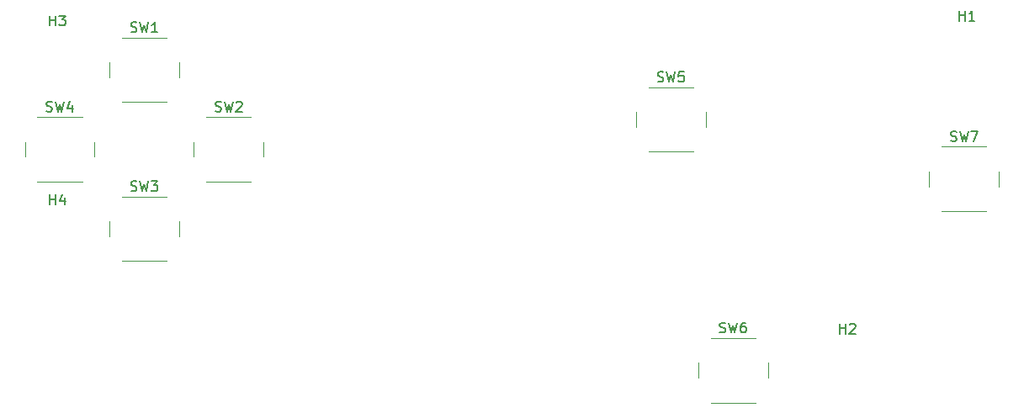
<source format=gbr>
%TF.GenerationSoftware,KiCad,Pcbnew,9.0.6*%
%TF.CreationDate,2025-11-30T22:40:07-05:00*%
%TF.ProjectId,BMO_Controller_PCB,424d4f5f-436f-46e7-9472-6f6c6c65725f,rev?*%
%TF.SameCoordinates,Original*%
%TF.FileFunction,Legend,Top*%
%TF.FilePolarity,Positive*%
%FSLAX46Y46*%
G04 Gerber Fmt 4.6, Leading zero omitted, Abs format (unit mm)*
G04 Created by KiCad (PCBNEW 9.0.6) date 2025-11-30 22:40:07*
%MOMM*%
%LPD*%
G01*
G04 APERTURE LIST*
G04 Aperture macros list*
%AMRoundRect*
0 Rectangle with rounded corners*
0 $1 Rounding radius*
0 $2 $3 $4 $5 $6 $7 $8 $9 X,Y pos of 4 corners*
0 Add a 4 corners polygon primitive as box body*
4,1,4,$2,$3,$4,$5,$6,$7,$8,$9,$2,$3,0*
0 Add four circle primitives for the rounded corners*
1,1,$1+$1,$2,$3*
1,1,$1+$1,$4,$5*
1,1,$1+$1,$6,$7*
1,1,$1+$1,$8,$9*
0 Add four rect primitives between the rounded corners*
20,1,$1+$1,$2,$3,$4,$5,0*
20,1,$1+$1,$4,$5,$6,$7,0*
20,1,$1+$1,$6,$7,$8,$9,0*
20,1,$1+$1,$8,$9,$2,$3,0*%
G04 Aperture macros list end*
%ADD10C,0.150000*%
%ADD11C,0.120000*%
%ADD12C,3.200000*%
%ADD13C,2.000000*%
%ADD14RoundRect,0.250000X1.050000X0.550000X-1.050000X0.550000X-1.050000X-0.550000X1.050000X-0.550000X0*%
%ADD15O,2.600000X1.600000*%
G04 APERTURE END LIST*
D10*
X90738095Y-92804819D02*
X90738095Y-91804819D01*
X90738095Y-92281009D02*
X91309523Y-92281009D01*
X91309523Y-92804819D02*
X91309523Y-91804819D01*
X92214285Y-92138152D02*
X92214285Y-92804819D01*
X91976190Y-91757200D02*
X91738095Y-92471485D01*
X91738095Y-92471485D02*
X92357142Y-92471485D01*
X90738095Y-74804819D02*
X90738095Y-73804819D01*
X90738095Y-74281009D02*
X91309523Y-74281009D01*
X91309523Y-74804819D02*
X91309523Y-73804819D01*
X91690476Y-73804819D02*
X92309523Y-73804819D01*
X92309523Y-73804819D02*
X91976190Y-74185771D01*
X91976190Y-74185771D02*
X92119047Y-74185771D01*
X92119047Y-74185771D02*
X92214285Y-74233390D01*
X92214285Y-74233390D02*
X92261904Y-74281009D01*
X92261904Y-74281009D02*
X92309523Y-74376247D01*
X92309523Y-74376247D02*
X92309523Y-74614342D01*
X92309523Y-74614342D02*
X92261904Y-74709580D01*
X92261904Y-74709580D02*
X92214285Y-74757200D01*
X92214285Y-74757200D02*
X92119047Y-74804819D01*
X92119047Y-74804819D02*
X91833333Y-74804819D01*
X91833333Y-74804819D02*
X91738095Y-74757200D01*
X91738095Y-74757200D02*
X91690476Y-74709580D01*
X170238095Y-105804819D02*
X170238095Y-104804819D01*
X170238095Y-105281009D02*
X170809523Y-105281009D01*
X170809523Y-105804819D02*
X170809523Y-104804819D01*
X171238095Y-104900057D02*
X171285714Y-104852438D01*
X171285714Y-104852438D02*
X171380952Y-104804819D01*
X171380952Y-104804819D02*
X171619047Y-104804819D01*
X171619047Y-104804819D02*
X171714285Y-104852438D01*
X171714285Y-104852438D02*
X171761904Y-104900057D01*
X171761904Y-104900057D02*
X171809523Y-104995295D01*
X171809523Y-104995295D02*
X171809523Y-105090533D01*
X171809523Y-105090533D02*
X171761904Y-105233390D01*
X171761904Y-105233390D02*
X171190476Y-105804819D01*
X171190476Y-105804819D02*
X171809523Y-105804819D01*
X182238095Y-74304819D02*
X182238095Y-73304819D01*
X182238095Y-73781009D02*
X182809523Y-73781009D01*
X182809523Y-74304819D02*
X182809523Y-73304819D01*
X183809523Y-74304819D02*
X183238095Y-74304819D01*
X183523809Y-74304819D02*
X183523809Y-73304819D01*
X183523809Y-73304819D02*
X183428571Y-73447676D01*
X183428571Y-73447676D02*
X183333333Y-73542914D01*
X183333333Y-73542914D02*
X183238095Y-73590533D01*
X181416667Y-86407200D02*
X181559524Y-86454819D01*
X181559524Y-86454819D02*
X181797619Y-86454819D01*
X181797619Y-86454819D02*
X181892857Y-86407200D01*
X181892857Y-86407200D02*
X181940476Y-86359580D01*
X181940476Y-86359580D02*
X181988095Y-86264342D01*
X181988095Y-86264342D02*
X181988095Y-86169104D01*
X181988095Y-86169104D02*
X181940476Y-86073866D01*
X181940476Y-86073866D02*
X181892857Y-86026247D01*
X181892857Y-86026247D02*
X181797619Y-85978628D01*
X181797619Y-85978628D02*
X181607143Y-85931009D01*
X181607143Y-85931009D02*
X181511905Y-85883390D01*
X181511905Y-85883390D02*
X181464286Y-85835771D01*
X181464286Y-85835771D02*
X181416667Y-85740533D01*
X181416667Y-85740533D02*
X181416667Y-85645295D01*
X181416667Y-85645295D02*
X181464286Y-85550057D01*
X181464286Y-85550057D02*
X181511905Y-85502438D01*
X181511905Y-85502438D02*
X181607143Y-85454819D01*
X181607143Y-85454819D02*
X181845238Y-85454819D01*
X181845238Y-85454819D02*
X181988095Y-85502438D01*
X182321429Y-85454819D02*
X182559524Y-86454819D01*
X182559524Y-86454819D02*
X182750000Y-85740533D01*
X182750000Y-85740533D02*
X182940476Y-86454819D01*
X182940476Y-86454819D02*
X183178572Y-85454819D01*
X183464286Y-85454819D02*
X184130952Y-85454819D01*
X184130952Y-85454819D02*
X183702381Y-86454819D01*
X90416667Y-83407200D02*
X90559524Y-83454819D01*
X90559524Y-83454819D02*
X90797619Y-83454819D01*
X90797619Y-83454819D02*
X90892857Y-83407200D01*
X90892857Y-83407200D02*
X90940476Y-83359580D01*
X90940476Y-83359580D02*
X90988095Y-83264342D01*
X90988095Y-83264342D02*
X90988095Y-83169104D01*
X90988095Y-83169104D02*
X90940476Y-83073866D01*
X90940476Y-83073866D02*
X90892857Y-83026247D01*
X90892857Y-83026247D02*
X90797619Y-82978628D01*
X90797619Y-82978628D02*
X90607143Y-82931009D01*
X90607143Y-82931009D02*
X90511905Y-82883390D01*
X90511905Y-82883390D02*
X90464286Y-82835771D01*
X90464286Y-82835771D02*
X90416667Y-82740533D01*
X90416667Y-82740533D02*
X90416667Y-82645295D01*
X90416667Y-82645295D02*
X90464286Y-82550057D01*
X90464286Y-82550057D02*
X90511905Y-82502438D01*
X90511905Y-82502438D02*
X90607143Y-82454819D01*
X90607143Y-82454819D02*
X90845238Y-82454819D01*
X90845238Y-82454819D02*
X90988095Y-82502438D01*
X91321429Y-82454819D02*
X91559524Y-83454819D01*
X91559524Y-83454819D02*
X91750000Y-82740533D01*
X91750000Y-82740533D02*
X91940476Y-83454819D01*
X91940476Y-83454819D02*
X92178572Y-82454819D01*
X92988095Y-82788152D02*
X92988095Y-83454819D01*
X92750000Y-82407200D02*
X92511905Y-83121485D01*
X92511905Y-83121485D02*
X93130952Y-83121485D01*
X107416667Y-83407200D02*
X107559524Y-83454819D01*
X107559524Y-83454819D02*
X107797619Y-83454819D01*
X107797619Y-83454819D02*
X107892857Y-83407200D01*
X107892857Y-83407200D02*
X107940476Y-83359580D01*
X107940476Y-83359580D02*
X107988095Y-83264342D01*
X107988095Y-83264342D02*
X107988095Y-83169104D01*
X107988095Y-83169104D02*
X107940476Y-83073866D01*
X107940476Y-83073866D02*
X107892857Y-83026247D01*
X107892857Y-83026247D02*
X107797619Y-82978628D01*
X107797619Y-82978628D02*
X107607143Y-82931009D01*
X107607143Y-82931009D02*
X107511905Y-82883390D01*
X107511905Y-82883390D02*
X107464286Y-82835771D01*
X107464286Y-82835771D02*
X107416667Y-82740533D01*
X107416667Y-82740533D02*
X107416667Y-82645295D01*
X107416667Y-82645295D02*
X107464286Y-82550057D01*
X107464286Y-82550057D02*
X107511905Y-82502438D01*
X107511905Y-82502438D02*
X107607143Y-82454819D01*
X107607143Y-82454819D02*
X107845238Y-82454819D01*
X107845238Y-82454819D02*
X107988095Y-82502438D01*
X108321429Y-82454819D02*
X108559524Y-83454819D01*
X108559524Y-83454819D02*
X108750000Y-82740533D01*
X108750000Y-82740533D02*
X108940476Y-83454819D01*
X108940476Y-83454819D02*
X109178572Y-82454819D01*
X109511905Y-82550057D02*
X109559524Y-82502438D01*
X109559524Y-82502438D02*
X109654762Y-82454819D01*
X109654762Y-82454819D02*
X109892857Y-82454819D01*
X109892857Y-82454819D02*
X109988095Y-82502438D01*
X109988095Y-82502438D02*
X110035714Y-82550057D01*
X110035714Y-82550057D02*
X110083333Y-82645295D01*
X110083333Y-82645295D02*
X110083333Y-82740533D01*
X110083333Y-82740533D02*
X110035714Y-82883390D01*
X110035714Y-82883390D02*
X109464286Y-83454819D01*
X109464286Y-83454819D02*
X110083333Y-83454819D01*
X98916667Y-91407200D02*
X99059524Y-91454819D01*
X99059524Y-91454819D02*
X99297619Y-91454819D01*
X99297619Y-91454819D02*
X99392857Y-91407200D01*
X99392857Y-91407200D02*
X99440476Y-91359580D01*
X99440476Y-91359580D02*
X99488095Y-91264342D01*
X99488095Y-91264342D02*
X99488095Y-91169104D01*
X99488095Y-91169104D02*
X99440476Y-91073866D01*
X99440476Y-91073866D02*
X99392857Y-91026247D01*
X99392857Y-91026247D02*
X99297619Y-90978628D01*
X99297619Y-90978628D02*
X99107143Y-90931009D01*
X99107143Y-90931009D02*
X99011905Y-90883390D01*
X99011905Y-90883390D02*
X98964286Y-90835771D01*
X98964286Y-90835771D02*
X98916667Y-90740533D01*
X98916667Y-90740533D02*
X98916667Y-90645295D01*
X98916667Y-90645295D02*
X98964286Y-90550057D01*
X98964286Y-90550057D02*
X99011905Y-90502438D01*
X99011905Y-90502438D02*
X99107143Y-90454819D01*
X99107143Y-90454819D02*
X99345238Y-90454819D01*
X99345238Y-90454819D02*
X99488095Y-90502438D01*
X99821429Y-90454819D02*
X100059524Y-91454819D01*
X100059524Y-91454819D02*
X100250000Y-90740533D01*
X100250000Y-90740533D02*
X100440476Y-91454819D01*
X100440476Y-91454819D02*
X100678572Y-90454819D01*
X100964286Y-90454819D02*
X101583333Y-90454819D01*
X101583333Y-90454819D02*
X101250000Y-90835771D01*
X101250000Y-90835771D02*
X101392857Y-90835771D01*
X101392857Y-90835771D02*
X101488095Y-90883390D01*
X101488095Y-90883390D02*
X101535714Y-90931009D01*
X101535714Y-90931009D02*
X101583333Y-91026247D01*
X101583333Y-91026247D02*
X101583333Y-91264342D01*
X101583333Y-91264342D02*
X101535714Y-91359580D01*
X101535714Y-91359580D02*
X101488095Y-91407200D01*
X101488095Y-91407200D02*
X101392857Y-91454819D01*
X101392857Y-91454819D02*
X101107143Y-91454819D01*
X101107143Y-91454819D02*
X101011905Y-91407200D01*
X101011905Y-91407200D02*
X100964286Y-91359580D01*
X158166667Y-105657200D02*
X158309524Y-105704819D01*
X158309524Y-105704819D02*
X158547619Y-105704819D01*
X158547619Y-105704819D02*
X158642857Y-105657200D01*
X158642857Y-105657200D02*
X158690476Y-105609580D01*
X158690476Y-105609580D02*
X158738095Y-105514342D01*
X158738095Y-105514342D02*
X158738095Y-105419104D01*
X158738095Y-105419104D02*
X158690476Y-105323866D01*
X158690476Y-105323866D02*
X158642857Y-105276247D01*
X158642857Y-105276247D02*
X158547619Y-105228628D01*
X158547619Y-105228628D02*
X158357143Y-105181009D01*
X158357143Y-105181009D02*
X158261905Y-105133390D01*
X158261905Y-105133390D02*
X158214286Y-105085771D01*
X158214286Y-105085771D02*
X158166667Y-104990533D01*
X158166667Y-104990533D02*
X158166667Y-104895295D01*
X158166667Y-104895295D02*
X158214286Y-104800057D01*
X158214286Y-104800057D02*
X158261905Y-104752438D01*
X158261905Y-104752438D02*
X158357143Y-104704819D01*
X158357143Y-104704819D02*
X158595238Y-104704819D01*
X158595238Y-104704819D02*
X158738095Y-104752438D01*
X159071429Y-104704819D02*
X159309524Y-105704819D01*
X159309524Y-105704819D02*
X159500000Y-104990533D01*
X159500000Y-104990533D02*
X159690476Y-105704819D01*
X159690476Y-105704819D02*
X159928572Y-104704819D01*
X160738095Y-104704819D02*
X160547619Y-104704819D01*
X160547619Y-104704819D02*
X160452381Y-104752438D01*
X160452381Y-104752438D02*
X160404762Y-104800057D01*
X160404762Y-104800057D02*
X160309524Y-104942914D01*
X160309524Y-104942914D02*
X160261905Y-105133390D01*
X160261905Y-105133390D02*
X160261905Y-105514342D01*
X160261905Y-105514342D02*
X160309524Y-105609580D01*
X160309524Y-105609580D02*
X160357143Y-105657200D01*
X160357143Y-105657200D02*
X160452381Y-105704819D01*
X160452381Y-105704819D02*
X160642857Y-105704819D01*
X160642857Y-105704819D02*
X160738095Y-105657200D01*
X160738095Y-105657200D02*
X160785714Y-105609580D01*
X160785714Y-105609580D02*
X160833333Y-105514342D01*
X160833333Y-105514342D02*
X160833333Y-105276247D01*
X160833333Y-105276247D02*
X160785714Y-105181009D01*
X160785714Y-105181009D02*
X160738095Y-105133390D01*
X160738095Y-105133390D02*
X160642857Y-105085771D01*
X160642857Y-105085771D02*
X160452381Y-105085771D01*
X160452381Y-105085771D02*
X160357143Y-105133390D01*
X160357143Y-105133390D02*
X160309524Y-105181009D01*
X160309524Y-105181009D02*
X160261905Y-105276247D01*
X151916667Y-80407200D02*
X152059524Y-80454819D01*
X152059524Y-80454819D02*
X152297619Y-80454819D01*
X152297619Y-80454819D02*
X152392857Y-80407200D01*
X152392857Y-80407200D02*
X152440476Y-80359580D01*
X152440476Y-80359580D02*
X152488095Y-80264342D01*
X152488095Y-80264342D02*
X152488095Y-80169104D01*
X152488095Y-80169104D02*
X152440476Y-80073866D01*
X152440476Y-80073866D02*
X152392857Y-80026247D01*
X152392857Y-80026247D02*
X152297619Y-79978628D01*
X152297619Y-79978628D02*
X152107143Y-79931009D01*
X152107143Y-79931009D02*
X152011905Y-79883390D01*
X152011905Y-79883390D02*
X151964286Y-79835771D01*
X151964286Y-79835771D02*
X151916667Y-79740533D01*
X151916667Y-79740533D02*
X151916667Y-79645295D01*
X151916667Y-79645295D02*
X151964286Y-79550057D01*
X151964286Y-79550057D02*
X152011905Y-79502438D01*
X152011905Y-79502438D02*
X152107143Y-79454819D01*
X152107143Y-79454819D02*
X152345238Y-79454819D01*
X152345238Y-79454819D02*
X152488095Y-79502438D01*
X152821429Y-79454819D02*
X153059524Y-80454819D01*
X153059524Y-80454819D02*
X153250000Y-79740533D01*
X153250000Y-79740533D02*
X153440476Y-80454819D01*
X153440476Y-80454819D02*
X153678572Y-79454819D01*
X154535714Y-79454819D02*
X154059524Y-79454819D01*
X154059524Y-79454819D02*
X154011905Y-79931009D01*
X154011905Y-79931009D02*
X154059524Y-79883390D01*
X154059524Y-79883390D02*
X154154762Y-79835771D01*
X154154762Y-79835771D02*
X154392857Y-79835771D01*
X154392857Y-79835771D02*
X154488095Y-79883390D01*
X154488095Y-79883390D02*
X154535714Y-79931009D01*
X154535714Y-79931009D02*
X154583333Y-80026247D01*
X154583333Y-80026247D02*
X154583333Y-80264342D01*
X154583333Y-80264342D02*
X154535714Y-80359580D01*
X154535714Y-80359580D02*
X154488095Y-80407200D01*
X154488095Y-80407200D02*
X154392857Y-80454819D01*
X154392857Y-80454819D02*
X154154762Y-80454819D01*
X154154762Y-80454819D02*
X154059524Y-80407200D01*
X154059524Y-80407200D02*
X154011905Y-80359580D01*
X98916667Y-75407200D02*
X99059524Y-75454819D01*
X99059524Y-75454819D02*
X99297619Y-75454819D01*
X99297619Y-75454819D02*
X99392857Y-75407200D01*
X99392857Y-75407200D02*
X99440476Y-75359580D01*
X99440476Y-75359580D02*
X99488095Y-75264342D01*
X99488095Y-75264342D02*
X99488095Y-75169104D01*
X99488095Y-75169104D02*
X99440476Y-75073866D01*
X99440476Y-75073866D02*
X99392857Y-75026247D01*
X99392857Y-75026247D02*
X99297619Y-74978628D01*
X99297619Y-74978628D02*
X99107143Y-74931009D01*
X99107143Y-74931009D02*
X99011905Y-74883390D01*
X99011905Y-74883390D02*
X98964286Y-74835771D01*
X98964286Y-74835771D02*
X98916667Y-74740533D01*
X98916667Y-74740533D02*
X98916667Y-74645295D01*
X98916667Y-74645295D02*
X98964286Y-74550057D01*
X98964286Y-74550057D02*
X99011905Y-74502438D01*
X99011905Y-74502438D02*
X99107143Y-74454819D01*
X99107143Y-74454819D02*
X99345238Y-74454819D01*
X99345238Y-74454819D02*
X99488095Y-74502438D01*
X99821429Y-74454819D02*
X100059524Y-75454819D01*
X100059524Y-75454819D02*
X100250000Y-74740533D01*
X100250000Y-74740533D02*
X100440476Y-75454819D01*
X100440476Y-75454819D02*
X100678572Y-74454819D01*
X101583333Y-75454819D02*
X101011905Y-75454819D01*
X101297619Y-75454819D02*
X101297619Y-74454819D01*
X101297619Y-74454819D02*
X101202381Y-74597676D01*
X101202381Y-74597676D02*
X101107143Y-74692914D01*
X101107143Y-74692914D02*
X101011905Y-74740533D01*
D11*
%TO.C,SW7*%
X179250000Y-89500000D02*
X179250000Y-91000000D01*
X180500000Y-93500000D02*
X185000000Y-93500000D01*
X185000000Y-87000000D02*
X180500000Y-87000000D01*
X186250000Y-91000000D02*
X186250000Y-89500000D01*
%TO.C,SW4*%
X88250000Y-86500000D02*
X88250000Y-88000000D01*
X89500000Y-90500000D02*
X94000000Y-90500000D01*
X94000000Y-84000000D02*
X89500000Y-84000000D01*
X95250000Y-88000000D02*
X95250000Y-86500000D01*
%TO.C,SW2*%
X105250000Y-86500000D02*
X105250000Y-88000000D01*
X106500000Y-90500000D02*
X111000000Y-90500000D01*
X111000000Y-84000000D02*
X106500000Y-84000000D01*
X112250000Y-88000000D02*
X112250000Y-86500000D01*
%TO.C,SW3*%
X96750000Y-94500000D02*
X96750000Y-96000000D01*
X98000000Y-98500000D02*
X102500000Y-98500000D01*
X102500000Y-92000000D02*
X98000000Y-92000000D01*
X103750000Y-96000000D02*
X103750000Y-94500000D01*
%TO.C,SW6*%
X156000000Y-108750000D02*
X156000000Y-110250000D01*
X157250000Y-112750000D02*
X161750000Y-112750000D01*
X161750000Y-106250000D02*
X157250000Y-106250000D01*
X163000000Y-110250000D02*
X163000000Y-108750000D01*
%TO.C,SW5*%
X149750000Y-83500000D02*
X149750000Y-85000000D01*
X151000000Y-87500000D02*
X155500000Y-87500000D01*
X155500000Y-81000000D02*
X151000000Y-81000000D01*
X156750000Y-85000000D02*
X156750000Y-83500000D01*
%TO.C,SW1*%
X96750000Y-78500000D02*
X96750000Y-80000000D01*
X98000000Y-82500000D02*
X102500000Y-82500000D01*
X102500000Y-76000000D02*
X98000000Y-76000000D01*
X103750000Y-80000000D02*
X103750000Y-78500000D01*
%TD*%
%LPC*%
D12*
%TO.C,H4*%
X91500000Y-96500000D03*
%TD*%
%TO.C,H3*%
X91500000Y-78500000D03*
%TD*%
%TO.C,H2*%
X171000000Y-109500000D03*
%TD*%
%TO.C,H1*%
X183000000Y-78000000D03*
%TD*%
D13*
%TO.C,SW7*%
X179500000Y-88000000D03*
X186000000Y-88000000D03*
X179500000Y-92500000D03*
X186000000Y-92500000D03*
%TD*%
%TO.C,SW4*%
X88500000Y-85000000D03*
X95000000Y-85000000D03*
X88500000Y-89500000D03*
X95000000Y-89500000D03*
%TD*%
%TO.C,SW2*%
X105500000Y-85000000D03*
X112000000Y-85000000D03*
X105500000Y-89500000D03*
X112000000Y-89500000D03*
%TD*%
%TO.C,SW3*%
X97000000Y-93000000D03*
X103500000Y-93000000D03*
X97000000Y-97500000D03*
X103500000Y-97500000D03*
%TD*%
%TO.C,SW6*%
X156250000Y-107250000D03*
X162750000Y-107250000D03*
X156250000Y-111750000D03*
X162750000Y-111750000D03*
%TD*%
%TO.C,SW5*%
X150000000Y-82000000D03*
X156500000Y-82000000D03*
X150000000Y-86500000D03*
X156500000Y-86500000D03*
%TD*%
%TO.C,SW1*%
X97000000Y-77000000D03*
X103500000Y-77000000D03*
X97000000Y-81500000D03*
X103500000Y-81500000D03*
%TD*%
D14*
%TO.C,A1*%
X141200000Y-69460000D03*
D15*
X141200000Y-72000000D03*
X141200000Y-74540000D03*
X141200000Y-77080000D03*
X141200000Y-79620000D03*
X141200000Y-82160000D03*
X141200000Y-84700000D03*
X141200000Y-87240000D03*
X141200000Y-89780000D03*
X141200000Y-92320000D03*
X141200000Y-94860000D03*
X141200000Y-97400000D03*
X141200000Y-99940000D03*
X141200000Y-102480000D03*
X141200000Y-105020000D03*
X141200000Y-107560000D03*
X121480000Y-107560000D03*
X121480000Y-105020000D03*
X121480000Y-102480000D03*
X121480000Y-99940000D03*
X121480000Y-97400000D03*
X121480000Y-94860000D03*
X121480000Y-92320000D03*
X121480000Y-89780000D03*
X121480000Y-87240000D03*
X121480000Y-84700000D03*
X121480000Y-82160000D03*
X121480000Y-79620000D03*
%TD*%
%LPD*%
M02*

</source>
